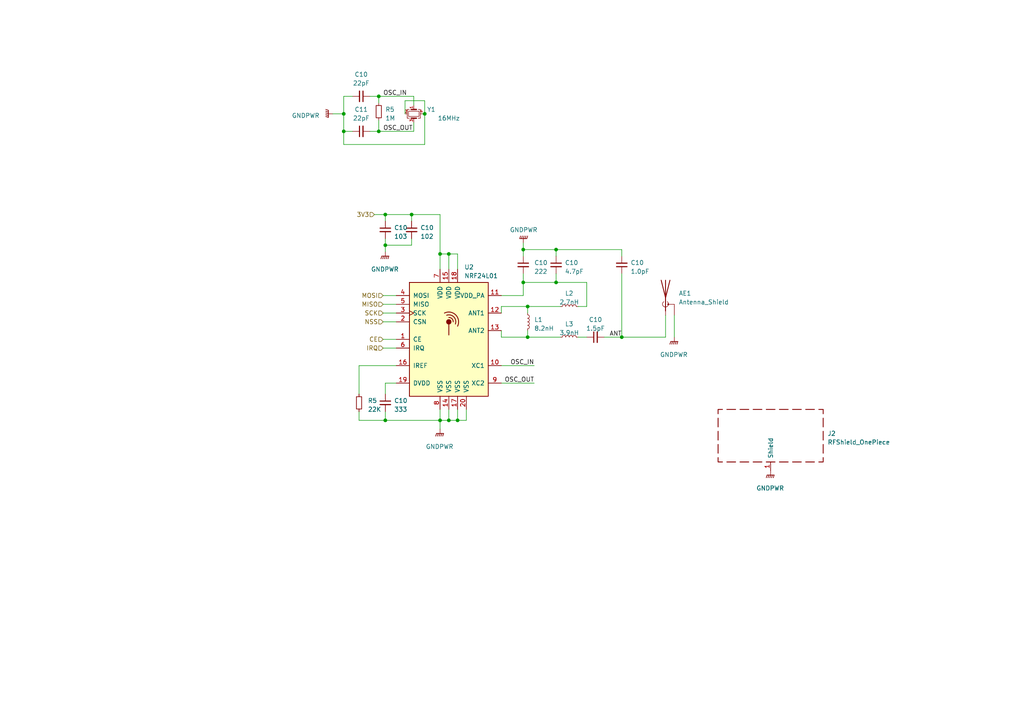
<source format=kicad_sch>
(kicad_sch (version 20230121) (generator eeschema)
  (paper "A4")
  (lib_symbols
    (symbol "Device:Antenna_Shield" (pin_numbers hide) (pin_names (offset 1.016) hide)
      (property "Reference" "AE" (at -1.905 4.445 0))
      (property "Value" "Antenna_Shield" (at -1.905 2.54 0))
      (symbol "Antenna_Shield_0_1"
        (arc (start -0.508 -1.143) (mid -0.8429 -2.1194) (end 0 -2.667))
        (arc (start 0 -2.667) (mid 0.7989 -2.1052) (end 0.508 -1.143))
        (polyline (pts (xy 0 -2.54) (xy 0 0)))
        (polyline (pts (xy 0 5.08) (xy 0 -3.81)) (stroke (width 0.254)))
        (polyline (pts (xy 0.762 -1.905) (xy 2.54 -1.905)))
        (polyline (pts (xy 2.54 -2.54) (xy 2.54 -1.905)))
        (polyline (pts (xy 1.27 5.08) (xy 0 0) (xy -1.27 5.08)) (stroke (width 0.254)))
        (circle (center 0.762 -1.905) (radius 0.1778) (fill (type outline)))
      )
      (symbol "Antenna_Shield_1_1"
        (pin input line (at 0 -5.08 90) (length 2.54) (name "A") (number "1"))
        (pin input line (at 2.54 -5.08 90) (length 2.54) (name "Shield") (number "2"))
      )
    )
    (symbol "Device:C_Small" (pin_numbers hide) (pin_names (offset 0.254) hide)
      (property "Reference" "C" (at 0.254 1.778 0))
      (property "Value" "C_Small" (at 0.254 -2.032 0))
      (symbol "C_Small_0_1"
        (polyline (pts (xy -1.524 -0.508) (xy 1.524 -0.508)) (stroke (width 0.3302)))
        (polyline (pts (xy -1.524 0.508) (xy 1.524 0.508)) (stroke (width 0.3048)))
      )
      (symbol "C_Small_1_1"
        (pin passive line (at 0 2.54 270) (length 2.032) (name "~") (number "1"))
        (pin passive line (at 0 -2.54 90) (length 2.032) (name "~") (number "2"))
      )
    )
    (symbol "Device:Crystal_GND24_Small" (pin_names (offset 1.016) hide)
      (property "Reference" "Y" (at 1.27 4.445 0))
      (property "Value" "Crystal_GND24_Small" (at 1.27 2.54 0))
      (symbol "Crystal_GND24_Small_0_1"
        (rectangle (start -0.762 -1.524) (end 0.762 1.524))
        (polyline (pts (xy -1.27 -0.762) (xy -1.27 0.762)) (stroke (width 0.381)))
        (polyline (pts (xy 1.27 -0.762) (xy 1.27 0.762)) (stroke (width 0.381)))
        (polyline (pts (xy -1.27 -1.27) (xy -1.27 -1.905) (xy 1.27 -1.905) (xy 1.27 -1.27)))
        (polyline (pts (xy -1.27 1.27) (xy -1.27 1.905) (xy 1.27 1.905) (xy 1.27 1.27)))
      )
      (symbol "Crystal_GND24_Small_1_1"
        (pin passive line (at -2.54 0 0) (length 1.27) (name "1") (number "1"))
        (pin passive line (at 0 -2.54 90) (length 0.635) (name "2") (number "2"))
        (pin passive line (at 2.54 0 180) (length 1.27) (name "3") (number "3"))
        (pin passive line (at 0 2.54 270) (length 0.635) (name "4") (number "4"))
      )
    )
    (symbol "Device:L_Small" (pin_numbers hide) (pin_names (offset 0.254) hide)
      (property "Reference" "L" (at 0.762 1.016 0))
      (property "Value" "L_Small" (at 0.762 -1.016 0))
      (symbol "L_Small_0_1"
        (arc (start 0 -2.032) (mid 0.5058 -1.524) (end 0 -1.016))
        (arc (start 0 -1.016) (mid 0.5058 -0.508) (end 0 0))
        (arc (start 0 0) (mid 0.5058 0.508) (end 0 1.016))
        (arc (start 0 1.016) (mid 0.5058 1.524) (end 0 2.032))
      )
      (symbol "L_Small_1_1"
        (pin passive line (at 0 2.54 270) (length 0.508) (name "~") (number "1"))
        (pin passive line (at 0 -2.54 90) (length 0.508) (name "~") (number "2"))
      )
    )
    (symbol "Device:RFShield_OnePiece" (pin_names (offset 1.016))
      (property "Reference" "J" (at 0 5.08 0))
      (property "Value" "RFShield_OnePiece" (at 0 2.54 0))
      (symbol "RFShield_OnePiece_0_1"
        (polyline (pts (xy -15.24 -5.08) (xy -15.24 -2.54)) (stroke (width 0.254)))
        (polyline (pts (xy -15.24 -1.27) (xy -15.24 1.27)) (stroke (width 0.254)))
        (polyline (pts (xy -15.24 2.54) (xy -15.24 5.08)) (stroke (width 0.254)))
        (polyline (pts (xy -12.7 7.62) (xy -10.16 7.62)) (stroke (width 0.254)))
        (polyline (pts (xy -10.16 -7.62) (xy -12.7 -7.62)) (stroke (width 0.254)))
        (polyline (pts (xy -6.35 -7.62) (xy -8.89 -7.62)) (stroke (width 0.254)))
        (polyline (pts (xy -6.35 7.62) (xy -8.89 7.62)) (stroke (width 0.254)))
        (polyline (pts (xy -2.54 -7.62) (xy -5.08 -7.62)) (stroke (width 0.254)))
        (polyline (pts (xy -2.54 7.62) (xy -5.08 7.62)) (stroke (width 0.254)))
        (polyline (pts (xy -1.27 -7.62) (xy 1.27 -7.62)) (stroke (width 0.254)))
        (polyline (pts (xy 1.27 7.62) (xy -1.27 7.62)) (stroke (width 0.254)))
        (polyline (pts (xy 2.54 -7.62) (xy 5.08 -7.62)) (stroke (width 0.254)))
        (polyline (pts (xy 5.08 7.62) (xy 2.54 7.62)) (stroke (width 0.254)))
        (polyline (pts (xy 6.35 -7.62) (xy 8.89 -7.62)) (stroke (width 0.254)))
        (polyline (pts (xy 8.89 7.62) (xy 6.35 7.62)) (stroke (width 0.254)))
        (polyline (pts (xy 10.16 -7.62) (xy 12.7 -7.62)) (stroke (width 0.254)))
        (polyline (pts (xy 12.7 7.62) (xy 10.16 7.62)) (stroke (width 0.254)))
        (polyline (pts (xy 15.24 -5.08) (xy 15.24 -2.54)) (stroke (width 0.254)))
        (polyline (pts (xy 15.24 -1.27) (xy 15.24 1.27)) (stroke (width 0.254)))
        (polyline (pts (xy 15.24 2.54) (xy 15.24 5.08)) (stroke (width 0.254)))
        (polyline (pts (xy -15.24 6.35) (xy -15.24 7.62) (xy -13.97 7.62)) (stroke (width 0.254)))
        (polyline (pts (xy -13.97 -7.62) (xy -15.24 -7.62) (xy -15.24 -6.35)) (stroke (width 0.254)))
        (polyline (pts (xy 13.97 -7.62) (xy 15.24 -7.62) (xy 15.24 -6.35)) (stroke (width 0.254)))
        (polyline (pts (xy 15.24 6.35) (xy 15.24 7.62) (xy 13.97 7.62)) (stroke (width 0.254)))
      )
      (symbol "RFShield_OnePiece_1_1"
        (pin passive line (at 0 -10.16 90) (length 2.54) (name "Shield") (number "1"))
      )
    )
    (symbol "Device:R_Small" (pin_numbers hide) (pin_names (offset 0.254) hide)
      (property "Reference" "R" (at 0.762 0.508 0))
      (property "Value" "R_Small" (at 0.762 -1.016 0))
      (symbol "R_Small_0_1"
        (rectangle (start -0.762 1.778) (end 0.762 -1.778) (stroke (width 0.2032)))
      )
      (symbol "R_Small_1_1"
        (pin passive line (at 0 2.54 270) (length 0.762) (name "~") (number "1"))
        (pin passive line (at 0 -2.54 90) (length 0.762) (name "~") (number "2"))
      )
    )
    (symbol "RF:NRF24L01" (pin_names (offset 1.016))
      (property "Reference" "U" (at -11.43 17.78 0))
      (property "Value" "NRF24L01" (at 5.08 17.78 0))
      (symbol "NRF24L01_0_1"
        (rectangle (start -11.43 16.51) (end 11.43 -16.51) (stroke (width 0.254)) (fill (type background)))
        (polyline (pts (xy 0 4.445) (xy 0 1.27)) (stroke (width 0.254)))
        (circle (center 0 5.08) (radius 0.635) (stroke (width 0.254)) (fill (type outline)))
        (arc (start 1.27 5.08) (mid 0.9071 5.9946) (end 0 6.35) (stroke (width 0.254)))
        (arc (start 1.905 4.445) (mid 1.4313 6.5254) (end -0.635 6.985) (stroke (width 0.254)))
        (arc (start 2.54 3.81) (mid 2.008 7.088) (end -1.27 7.62) (stroke (width 0.254)))
        (rectangle (start 11.43 -13.97) (end 11.43 -13.97))
      )
      (symbol "NRF24L01_1_1"
        (pin input line (at -15.24 0 0) (length 3.81) (name "CE") (number "1"))
        (pin passive line (at 15.24 -7.62 180) (length 3.81) (name "XC1") (number "10"))
        (pin power_out line (at 15.24 12.7 180) (length 3.81) (name "VDD_PA") (number "11"))
        (pin passive line (at 15.24 7.62 180) (length 3.81) (name "ANT1") (number "12"))
        (pin passive line (at 15.24 2.54 180) (length 3.81) (name "ANT2") (number "13"))
        (pin power_in line (at 0 -20.32 90) (length 3.81) (name "VSS") (number "14"))
        (pin power_in line (at 0 20.32 270) (length 3.81) (name "VDD") (number "15"))
        (pin passive line (at -15.24 -7.62 0) (length 3.81) (name "IREF") (number "16"))
        (pin power_in line (at 2.54 -20.32 90) (length 3.81) (name "VSS") (number "17"))
        (pin power_in line (at 2.54 20.32 270) (length 3.81) (name "VDD") (number "18"))
        (pin power_out line (at -15.24 -12.7 0) (length 3.81) (name "DVDD") (number "19"))
        (pin input line (at -15.24 5.08 0) (length 3.81) (name "CSN") (number "2"))
        (pin power_in line (at 5.08 -20.32 90) (length 3.81) (name "VSS") (number "20"))
        (pin input clock (at -15.24 7.62 0) (length 3.81) (name "SCK") (number "3"))
        (pin input line (at -15.24 12.7 0) (length 3.81) (name "MOSI") (number "4"))
        (pin output line (at -15.24 10.16 0) (length 3.81) (name "MISO") (number "5"))
        (pin output line (at -15.24 -2.54 0) (length 3.81) (name "IRQ") (number "6"))
        (pin power_in line (at -2.54 20.32 270) (length 3.81) (name "VDD") (number "7"))
        (pin power_in line (at -2.54 -20.32 90) (length 3.81) (name "VSS") (number "8"))
        (pin passive line (at 15.24 -12.7 180) (length 3.81) (name "XC2") (number "9"))
      )
    )
    (symbol "power:GNDPWR" (power) (pin_names (offset 0))
      (property "Value" "GNDPWR" (at 0 -3.302 0))
      (symbol "GNDPWR_0_1"
        (polyline (pts (xy 0 -1.27) (xy 0 0)))
        (polyline (pts (xy -1.016 -1.27) (xy -1.27 -2.032) (xy -1.27 -2.032)) (stroke (width 0.2032)))
        (polyline (pts (xy -0.508 -1.27) (xy -0.762 -2.032) (xy -0.762 -2.032)) (stroke (width 0.2032)))
        (polyline (pts (xy 0 -1.27) (xy -0.254 -2.032) (xy -0.254 -2.032)) (stroke (width 0.2032)))
        (polyline (pts (xy 0.508 -1.27) (xy 0.254 -2.032) (xy 0.254 -2.032)) (stroke (width 0.2032)))
        (polyline (pts (xy 1.016 -1.27) (xy -1.016 -1.27) (xy -1.016 -1.27)) (stroke (width 0.2032)))
        (polyline (pts (xy 1.016 -1.27) (xy 0.762 -2.032) (xy 0.762 -2.032) (xy 0.762 -2.032)) (stroke (width 0.2032)))
      )
      (symbol "GNDPWR_1_1"
        (pin power_in line (at 0 0 270) (length 0) hide (name "GNDPWR") (number "1"))
      )
    )
  )
  (junction (at 132.715 121.92))
  (junction (at 111.76 71.12))
  (junction (at 161.29 72.39))
  (junction (at 180.34 97.79))
  (junction (at 127.635 121.92))
  (junction (at 130.175 73.66))
  (junction (at 151.765 81.915))
  (junction (at 161.29 81.915))
  (junction (at 151.765 72.39))
  (junction (at 111.76 121.92))
  (junction (at 153.035 88.9))
  (junction (at 109.855 27.94))
  (junction (at 109.855 38.1))
  (junction (at 130.175 121.92))
  (junction (at 119.38 62.23))
  (junction (at 153.035 97.79))
  (junction (at 99.695 38.1))
  (junction (at 111.76 62.23))
  (junction (at 127.635 73.66))
  (junction (at 99.695 33.02))
  (junction (at 123.19 33.02))
  (wire (pts (xy 111.76 111.125) (xy 114.935 111.125)))
  (wire (pts (xy 111.76 119.38) (xy 111.76 121.92)))
  (wire (pts (xy 111.76 71.12) (xy 111.76 73.025)))
  (wire (pts (xy 193.04 97.79) (xy 180.34 97.79)))
  (wire (pts (xy 151.765 70.485) (xy 151.765 72.39)))
  (wire (pts (xy 122.555 33.02) (xy 123.19 33.02)))
  (wire (pts (xy 154.94 106.045) (xy 145.415 106.045)))
  (wire (pts (xy 109.855 38.1) (xy 120.015 38.1)))
  (wire (pts (xy 127.635 121.92) (xy 130.175 121.92)))
  (wire (pts (xy 130.175 73.66) (xy 132.715 73.66)))
  (wire (pts (xy 96.52 33.02) (xy 99.695 33.02)))
  (wire (pts (xy 111.125 90.805) (xy 114.935 90.805)))
  (wire (pts (xy 151.765 85.725) (xy 151.765 81.915)))
  (wire (pts (xy 117.475 29.21) (xy 123.19 29.21)))
  (wire (pts (xy 111.125 100.965) (xy 114.935 100.965)))
  (wire (pts (xy 151.765 74.295) (xy 151.765 72.39)))
  (wire (pts (xy 127.635 73.66) (xy 130.175 73.66)))
  (wire (pts (xy 102.235 27.94) (xy 99.695 27.94)))
  (wire (pts (xy 108.585 62.23) (xy 111.76 62.23)))
  (wire (pts (xy 111.76 62.23) (xy 119.38 62.23)))
  (wire (pts (xy 117.475 33.02) (xy 117.475 29.21)))
  (wire (pts (xy 193.04 91.44) (xy 193.04 97.79)))
  (wire (pts (xy 170.18 97.79) (xy 167.64 97.79)))
  (wire (pts (xy 99.695 27.94) (xy 99.695 33.02)))
  (wire (pts (xy 180.34 79.375) (xy 180.34 97.79)))
  (wire (pts (xy 111.76 121.92) (xy 127.635 121.92)))
  (wire (pts (xy 135.255 118.745) (xy 135.255 121.92)))
  (wire (pts (xy 109.855 27.94) (xy 109.855 29.845)))
  (wire (pts (xy 123.19 29.21) (xy 123.19 33.02)))
  (wire (pts (xy 180.34 74.295) (xy 180.34 72.39)))
  (wire (pts (xy 175.26 97.79) (xy 180.34 97.79)))
  (wire (pts (xy 145.415 85.725) (xy 151.765 85.725)))
  (wire (pts (xy 109.855 27.94) (xy 120.015 27.94)))
  (wire (pts (xy 132.715 118.745) (xy 132.715 121.92)))
  (wire (pts (xy 123.19 41.91) (xy 99.695 41.91)))
  (wire (pts (xy 132.715 121.92) (xy 135.255 121.92)))
  (wire (pts (xy 162.56 97.79) (xy 153.035 97.79)))
  (wire (pts (xy 104.14 106.045) (xy 104.14 114.3)))
  (wire (pts (xy 127.635 118.745) (xy 127.635 121.92)))
  (wire (pts (xy 161.29 79.375) (xy 161.29 81.915)))
  (wire (pts (xy 145.415 97.79) (xy 145.415 95.885)))
  (wire (pts (xy 119.38 62.23) (xy 127.635 62.23)))
  (wire (pts (xy 120.015 35.56) (xy 120.015 38.1)))
  (wire (pts (xy 132.715 78.105) (xy 132.715 73.66)))
  (wire (pts (xy 111.125 88.265) (xy 114.935 88.265)))
  (wire (pts (xy 153.035 88.9) (xy 153.035 90.805)))
  (wire (pts (xy 127.635 73.66) (xy 127.635 78.105)))
  (wire (pts (xy 104.14 119.38) (xy 104.14 121.92)))
  (wire (pts (xy 180.34 72.39) (xy 161.29 72.39)))
  (wire (pts (xy 120.015 27.94) (xy 120.015 30.48)))
  (wire (pts (xy 127.635 124.46) (xy 127.635 121.92)))
  (wire (pts (xy 119.38 71.12) (xy 119.38 69.215)))
  (wire (pts (xy 111.76 71.12) (xy 119.38 71.12)))
  (wire (pts (xy 132.715 121.92) (xy 130.175 121.92)))
  (wire (pts (xy 123.19 33.02) (xy 123.19 41.91)))
  (wire (pts (xy 111.76 69.215) (xy 111.76 71.12)))
  (wire (pts (xy 130.175 78.105) (xy 130.175 73.66)))
  (wire (pts (xy 109.855 34.925) (xy 109.855 38.1)))
  (wire (pts (xy 99.695 41.91) (xy 99.695 38.1)))
  (wire (pts (xy 195.58 91.44) (xy 195.58 97.79)))
  (wire (pts (xy 119.38 62.23) (xy 119.38 64.135)))
  (wire (pts (xy 130.175 121.92) (xy 130.175 118.745)))
  (wire (pts (xy 111.76 62.23) (xy 111.76 64.135)))
  (wire (pts (xy 151.765 81.915) (xy 151.765 79.375)))
  (wire (pts (xy 107.315 38.1) (xy 109.855 38.1)))
  (wire (pts (xy 170.18 81.915) (xy 170.18 88.9)))
  (wire (pts (xy 107.315 27.94) (xy 109.855 27.94)))
  (wire (pts (xy 153.035 95.885) (xy 153.035 97.79)))
  (wire (pts (xy 161.29 81.915) (xy 151.765 81.915)))
  (wire (pts (xy 154.94 111.125) (xy 145.415 111.125)))
  (wire (pts (xy 170.18 81.915) (xy 161.29 81.915)))
  (wire (pts (xy 127.635 62.23) (xy 127.635 73.66)))
  (wire (pts (xy 111.125 85.725) (xy 114.935 85.725)))
  (wire (pts (xy 153.035 88.9) (xy 162.56 88.9)))
  (wire (pts (xy 151.765 72.39) (xy 161.29 72.39)))
  (wire (pts (xy 114.935 106.045) (xy 104.14 106.045)))
  (wire (pts (xy 111.125 98.425) (xy 114.935 98.425)))
  (wire (pts (xy 145.415 88.9) (xy 153.035 88.9)))
  (wire (pts (xy 99.695 38.1) (xy 102.235 38.1)))
  (wire (pts (xy 111.125 93.345) (xy 114.935 93.345)))
  (wire (pts (xy 99.695 33.02) (xy 99.695 38.1)))
  (wire (pts (xy 104.14 121.92) (xy 111.76 121.92)))
  (wire (pts (xy 161.29 72.39) (xy 161.29 74.295)))
  (wire (pts (xy 111.76 114.3) (xy 111.76 111.125)))
  (wire (pts (xy 167.64 88.9) (xy 170.18 88.9)))
  (wire (pts (xy 145.415 90.805) (xy 145.415 88.9)))
  (wire (pts (xy 153.035 97.79) (xy 145.415 97.79)))
  (label "ANT" (at 180.34 97.79 180))
  (label "OSC_IN" (at 154.94 106.045 180))
  (label "OSC_OUT" (at 111.125 38.1 0))
  (label "OSC_IN" (at 111.125 27.94 0))
  (label "OSC_OUT" (at 154.94 111.125 180))
  (hierarchical_label "IRQ" (shape input) (at 111.125 100.965 180))
  (hierarchical_label "CE" (shape input) (at 111.125 98.425 180))
  (hierarchical_label "SCK" (shape input) (at 111.125 90.805 180))
  (hierarchical_label "MISO" (shape input) (at 111.125 88.265 180))
  (hierarchical_label "3V3" (shape input) (at 108.585 62.23 180))
  (hierarchical_label "NSS" (shape input) (at 111.125 93.345 180))
  (hierarchical_label "MOSI" (shape input) (at 111.125 85.725 180))
  (symbol (lib_id "Device:L_Small") (at 165.1 97.79 90) (unit 1)
    (property "Reference" "L3" (at 165.1 93.98 90))
    (property "Value" "3.9nH" (at 165.1 96.52 90))
    (property "Footprint" "Inductor_SMD:L_0402_1005Metric" (effects hide))
  )
  (symbol (lib_id "Device:C_Small") (at 161.29 76.835 0) (unit 1)
    (property "Reference" "C10" (at 163.83 76.2063 0) (effects (justify left)))
    (property "Value" "4.7pF" (at 163.83 78.7463 0) (effects (justify left)))
    (property "Footprint" "Capacitor_SMD:C_0402_1005Metric" (effects hide))
    (instances (project "led-micro" (path "" (reference "C10") (unit 1))) (project "rs485-micro" (path "" (reference "C9") (unit 1))) (project "swnodex1_485_relay" (path "" (reference "C9") (unit 1))) (project "usb-ctrl" (path "" (reference "C?") (unit 1)) (path "" (reference "C13") (unit 1))))
  )
  (symbol (lib_id "Device:C_Small") (at 180.34 76.835 180) (unit 1)
    (property "Reference" "C10" (at 182.88 76.1936 0) (effects (justify right)))
    (property "Value" "1.0pF" (at 182.88 78.7336 0) (effects (justify right)))
    (property "Footprint" "Capacitor_SMD:C_0402_1005Metric" (effects hide))
    (instances (project "led-micro" (path "" (reference "C10") (unit 1))) (project "rs485-micro" (path "" (reference "C9") (unit 1))) (project "swnodex1_485_relay" (path "" (reference "C9") (unit 1))) (project "usb-ctrl" (path "" (reference "C?") (unit 1)) (path "" (reference "C15") (unit 1))))
  )
  (symbol (lib_id "Device:RFShield_OnePiece") (at 223.52 126.365 0) (unit 1)
    (property "Reference" "J2" (at 240.03 125.73 0) (effects (justify left)))
    (property "Value" "RFShield_OnePiece" (at 240.03 128.27 0) (effects (justify left)))
    (property "Footprint" "LwModule:shield-24l01" (effects hide))
  )
  (symbol (lib_id "Device:C_Small") (at 119.38 66.675 0) (unit 1)
    (property "Reference" "C10" (at 121.92 66.0463 0) (effects (justify left)))
    (property "Value" "102" (at 121.92 68.5863 0) (effects (justify left)))
    (property "Footprint" "Capacitor_SMD:C_0402_1005Metric" (effects hide))
    (instances (project "led-micro" (path "" (reference "C10") (unit 1))) (project "rs485-micro" (path "" (reference "C9") (unit 1))) (project "swnodex1_485_relay" (path "" (reference "C9") (unit 1))) (project "usb-ctrl" (path "" (reference "C?") (unit 1)) (path "" (reference "C11") (unit 1))))
  )
  (symbol (lib_id "Device:C_Small") (at 172.72 97.79 90) (unit 1)
    (property "Reference" "C10" (at 172.7263 92.71 90))
    (property "Value" "1.5pF" (at 172.7263 95.25 90))
    (property "Footprint" "Capacitor_SMD:C_0402_1005Metric" (effects hide))
    (instances (project "led-micro" (path "" (reference "C10") (unit 1))) (project "rs485-micro" (path "" (reference "C9") (unit 1))) (project "swnodex1_485_relay" (path "" (reference "C9") (unit 1))) (project "usb-ctrl" (path "" (reference "C?") (unit 1)) (path "" (reference "C14") (unit 1))))
  )
  (symbol (lib_id "power:GNDPWR") (at 96.52 33.02 270) (unit 1)
    (property "Reference" "#PWR07" (effects hide))
    (property "Value" "GNDPWR" (at 92.71 33.528 90) (effects (justify right)))
  )
  (symbol (lib_id "Device:R_Small") (at 104.14 116.84 180) (unit 1)
    (property "Reference" "R5" (at 106.68 116.205 0) (effects (justify right)))
    (property "Value" "22K" (at 106.68 118.745 0) (effects (justify right)))
    (property "Footprint" "Resistor_SMD:R_0402_1005Metric" (effects hide))
    (instances (project "led-micro" (path "" (reference "R5") (unit 1))) (project "rs485-micro" (path "" (reference "R4") (unit 1))) (project "usb-ctrl" (path "" (reference "R?") (unit 1)) (path "" (reference "R10") (unit 1))))
  )
  (symbol (lib_id "power:GNDPWR") (at 223.52 136.525 0) (unit 1)
    (property "Reference" "#PWR012" (effects hide))
    (property "Value" "GNDPWR" (at 223.393 141.605 0))
  )
  (symbol (lib_id "Device:Antenna_Shield") (at 193.04 86.36 0) (unit 1)
    (property "Reference" "AE1" (at 196.85 85.09 0) (effects (justify left)))
    (property "Value" "Antenna_Shield" (at 196.85 87.63 0) (effects (justify left)))
    (property "Footprint" "Connector_Coaxial:U.FL_Molex_MCRF_73412-0110_Vertical" (effects hide))
  )
  (symbol (lib_id "Device:Crystal_GND24_Small") (at 120.015 33.02 270) (unit 1)
    (property "Reference" "Y1" (at 125.095 31.75 90))
    (property "Value" "16MHz" (at 130.175 34.29 90))
    (property "Footprint" "Crystal:Crystal_SMD_3225-4Pin_3.2x2.5mm" (effects hide))
    (instances (project "usb-ctrl" (path "" (reference "Y1") (unit 1)) (path "" (reference "Y2") (unit 1))) (project "lwsmartctrl" (path "" (reference "Y1") (unit 1))))
  )
  (symbol (lib_id "Device:L_Small") (at 165.1 88.9 90) (unit 1)
    (property "Reference" "L2" (at 165.1 85.09 90))
    (property "Value" "2.7nH" (at 165.1 87.63 90))
    (property "Footprint" "Inductor_SMD:L_0402_1005Metric" (effects hide))
  )
  (symbol (lib_id "Device:R_Small") (at 109.855 32.385 180) (unit 1)
    (property "Reference" "R5" (at 111.76 31.75 0) (effects (justify right)))
    (property "Value" "1M" (at 111.76 34.29 0) (effects (justify right)))
    (property "Footprint" "Resistor_SMD:R_0402_1005Metric" (effects hide))
    (instances (project "led-micro" (path "" (reference "R5") (unit 1))) (project "rs485-micro" (path "" (reference "R4") (unit 1))) (project "usb-ctrl" (path "" (reference "R?") (unit 1)) (path "" (reference "R11") (unit 1))))
  )
  (symbol (lib_id "power:GNDPWR") (at 127.635 124.46 0) (unit 1)
    (property "Reference" "#PWR09" (effects hide))
    (property "Value" "GNDPWR" (at 127.508 129.54 0))
  )
  (symbol (lib_id "power:GNDPWR") (at 195.58 97.79 0) (unit 1)
    (property "Reference" "#PWR011" (effects hide))
    (property "Value" "GNDPWR" (at 195.453 102.87 0))
  )
  (symbol (lib_id "Device:C_Small") (at 151.765 76.835 0) (unit 1)
    (property "Reference" "C10" (at 154.94 76.2063 0) (effects (justify left)))
    (property "Value" "222" (at 154.94 78.7463 0) (effects (justify left)))
    (property "Footprint" "Capacitor_SMD:C_0402_1005Metric" (effects hide))
    (instances (project "led-micro" (path "" (reference "C10") (unit 1))) (project "rs485-micro" (path "" (reference "C9") (unit 1))) (project "swnodex1_485_relay" (path "" (reference "C9") (unit 1))) (project "usb-ctrl" (path "" (reference "C?") (unit 1)) (path "" (reference "C12") (unit 1))))
  )
  (symbol (lib_id "Device:L_Small") (at 153.035 93.345 0) (unit 1)
    (property "Reference" "L1" (at 154.94 92.71 0) (effects (justify left)))
    (property "Value" "8.2nH" (at 154.94 95.25 0) (effects (justify left)))
    (property "Footprint" "Inductor_SMD:L_0402_1005Metric" (effects hide))
  )
  (symbol (lib_id "RF:NRF24L01") (at 130.175 98.425 0) (unit 1)
    (property "Reference" "U2" (at 134.6709 77.47 0) (effects (justify left)))
    (property "Value" "NRF24L01" (at 134.6709 80.01 0) (effects (justify left)))
    (property "Footprint" "LwModule:QFN-20-4x4mm_P0.5mm_EP2.5x2.5mm" (effects hide))
    (property "Datasheet" "http://www.nordicsemi.com/eng/content/download/2730/34105/file/nRF24L01_Product_Specification_v2_0.pdf" (effects hide))
  )
  (symbol (lib_id "Device:C_Small") (at 111.76 116.84 0) (unit 1)
    (property "Reference" "C10" (at 114.3 116.2113 0) (effects (justify left)))
    (property "Value" "333" (at 114.3 118.7513 0) (effects (justify left)))
    (property "Footprint" "Capacitor_SMD:C_0402_1005Metric" (effects hide))
    (instances (project "led-micro" (path "" (reference "C10") (unit 1))) (project "rs485-micro" (path "" (reference "C9") (unit 1))) (project "swnodex1_485_relay" (path "" (reference "C9") (unit 1))) (project "usb-ctrl" (path "" (reference "C?") (unit 1)) (path "" (reference "C10") (unit 1))))
  )
  (symbol (lib_id "power:GNDPWR") (at 111.76 73.025 0) (unit 1)
    (property "Reference" "#PWR08" (effects hide))
    (property "Value" "GNDPWR" (at 111.633 78.105 0))
  )
  (symbol (lib_id "power:GNDPWR") (at 151.765 70.485 180) (unit 1)
    (property "Reference" "#PWR010" (effects hide))
    (property "Value" "GNDPWR" (at 151.892 66.675 0))
  )
  (symbol (lib_id "Device:C_Small") (at 111.76 66.675 0) (unit 1)
    (property "Reference" "C10" (at 114.3 66.0463 0) (effects (justify left)))
    (property "Value" "103" (at 114.3 68.5863 0) (effects (justify left)))
    (property "Footprint" "Capacitor_SMD:C_0402_1005Metric" (effects hide))
    (instances (project "led-micro" (path "" (reference "C10") (unit 1))) (project "rs485-micro" (path "" (reference "C9") (unit 1))) (project "swnodex1_485_relay" (path "" (reference "C9") (unit 1))) (project "usb-ctrl" (path "" (reference "C?") (unit 1)) (path "" (reference "C9") (unit 1))))
  )
  (symbol (lib_id "Device:C_Small") (at 104.775 38.1 90) (unit 1)
    (property "Reference" "C11" (at 104.7813 31.75 90))
    (property "Value" "22pF" (at 104.7813 34.29 90))
    (property "Footprint" "Capacitor_SMD:C_0402_1005Metric" (effects hide))
    (instances (project "led-micro" (path "" (reference "C11") (unit 1))) (project "rs485-micro" (path "" (reference "C10") (unit 1))) (project "swnodex1_485_relay" (path "" (reference "C10") (unit 1))) (project "usb-ctrl" (path "" (reference "C?") (unit 1)) (path "" (reference "C8") (unit 1))))
  )
  (symbol (lib_id "Device:C_Small") (at 104.775 27.94 270) (unit 1)
    (property "Reference" "C10" (at 104.7686 21.59 90))
    (property "Value" "22pF" (at 104.7686 24.13 90))
    (property "Footprint" "Capacitor_SMD:C_0402_1005Metric" (effects hide))
    (instances (project "led-micro" (path "" (reference "C10") (unit 1))) (project "rs485-micro" (path "" (reference "C9") (unit 1))) (project "swnodex1_485_relay" (path "" (reference "C9") (unit 1))) (project "usb-ctrl" (path "" (reference "C?") (unit 1)) (path "" (reference "C7") (unit 1))))
  )
)
</source>
